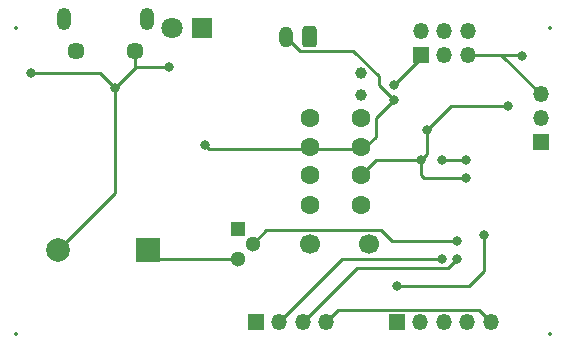
<source format=gbr>
%TF.GenerationSoftware,KiCad,Pcbnew,(5.1.10)-1*%
%TF.CreationDate,2021-12-05T19:53:51+08:00*%
%TF.ProjectId,TomatoClock,546f6d61-746f-4436-9c6f-636b2e6b6963,rev?*%
%TF.SameCoordinates,Original*%
%TF.FileFunction,Copper,L2,Bot*%
%TF.FilePolarity,Positive*%
%FSLAX46Y46*%
G04 Gerber Fmt 4.6, Leading zero omitted, Abs format (unit mm)*
G04 Created by KiCad (PCBNEW (5.1.10)-1) date 2021-12-05 19:53:51*
%MOMM*%
%LPD*%
G01*
G04 APERTURE LIST*
%TA.AperFunction,ComponentPad*%
%ADD10C,1.600000*%
%TD*%
%TA.AperFunction,ComponentPad*%
%ADD11O,1.200000X1.800000*%
%TD*%
%TA.AperFunction,ComponentPad*%
%ADD12O,1.350000X1.350000*%
%TD*%
%TA.AperFunction,ComponentPad*%
%ADD13R,1.350000X1.350000*%
%TD*%
%TA.AperFunction,ComponentPad*%
%ADD14C,1.000000*%
%TD*%
%TA.AperFunction,ComponentPad*%
%ADD15C,1.700000*%
%TD*%
%TA.AperFunction,ComponentPad*%
%ADD16R,1.300000X1.300000*%
%TD*%
%TA.AperFunction,ComponentPad*%
%ADD17C,1.300000*%
%TD*%
%TA.AperFunction,ComponentPad*%
%ADD18O,1.200000X1.900000*%
%TD*%
%TA.AperFunction,ComponentPad*%
%ADD19C,1.450000*%
%TD*%
%TA.AperFunction,ComponentPad*%
%ADD20C,1.800000*%
%TD*%
%TA.AperFunction,ComponentPad*%
%ADD21R,1.800000X1.800000*%
%TD*%
%TA.AperFunction,ComponentPad*%
%ADD22C,2.000000*%
%TD*%
%TA.AperFunction,ComponentPad*%
%ADD23R,2.000000X2.000000*%
%TD*%
%TA.AperFunction,ViaPad*%
%ADD24C,0.800000*%
%TD*%
%TA.AperFunction,Conductor*%
%ADD25C,0.250000*%
%TD*%
%ADD26C,0.350000*%
%ADD27O,0.600000X1.300000*%
G04 APERTURE END LIST*
D10*
%TO.P,C3,2*%
%TO.N,GND*%
X31750000Y18328000D03*
%TO.P,C3,1*%
%TO.N,Net-(C3-Pad1)*%
X31750000Y20828000D03*
%TD*%
D11*
%TO.P,J6,2*%
%TO.N,+BATT*%
X25432000Y27686000D03*
%TO.P,J6,1*%
%TO.N,GND*%
%TA.AperFunction,ComponentPad*%
G36*
G01*
X28032000Y28336001D02*
X28032000Y27035999D01*
G75*
G02*
X27782001Y26786000I-249999J0D01*
G01*
X27081999Y26786000D01*
G75*
G02*
X26832000Y27035999I0J249999D01*
G01*
X26832000Y28336001D01*
G75*
G02*
X27081999Y28586000I249999J0D01*
G01*
X27782001Y28586000D01*
G75*
G02*
X28032000Y28336001I0J-249999D01*
G01*
G37*
%TD.AperFunction*%
%TD*%
D12*
%TO.P,J4,4*%
%TO.N,GND*%
X28860000Y3556000D03*
%TO.P,J4,3*%
%TO.N,US_ECHO*%
X26860000Y3556000D03*
%TO.P,J4,2*%
%TO.N,US_TRIG*%
X24860000Y3556000D03*
D13*
%TO.P,J4,1*%
%TO.N,+3V3*%
X22860000Y3556000D03*
%TD*%
D12*
%TO.P,J1,6*%
%TO.N,GND*%
X40830000Y28162000D03*
%TO.P,J1,5*%
X40830000Y26162000D03*
%TO.P,J1,4*%
%TO.N,Net-(J1-Pad4)*%
X38830000Y28162000D03*
%TO.P,J1,3*%
%TO.N,Net-(J1-Pad3)*%
X38830000Y26162000D03*
%TO.P,J1,2*%
%TO.N,+3V3*%
X36830000Y28162000D03*
D13*
%TO.P,J1,1*%
X36830000Y26162000D03*
%TD*%
D14*
%TO.P,Y2,2*%
%TO.N,Net-(C4-Pad1)*%
X31750000Y22738000D03*
%TO.P,Y2,1*%
%TO.N,Net-(C3-Pad1)*%
X31750000Y24638000D03*
%TD*%
D15*
%TO.P,Y1,2*%
%TO.N,Net-(C2-Pad1)*%
X32432000Y10160000D03*
%TO.P,Y1,1*%
%TO.N,Net-(C1-Pad1)*%
X27432000Y10160000D03*
%TD*%
D16*
%TO.P,Q1,1*%
%TO.N,+3V3*%
X21336000Y11430000D03*
D17*
%TO.P,Q1,3*%
%TO.N,Net-(BZ1-Pad1)*%
X21336000Y8890000D03*
%TO.P,Q1,2*%
%TO.N,BUZZER*%
X22606000Y10160000D03*
%TD*%
D12*
%TO.P,J5,5*%
%TO.N,GND*%
X42798000Y3556000D03*
%TO.P,J5,4*%
%TO.N,RIGHT*%
X40798000Y3556000D03*
%TO.P,J5,3*%
%TO.N,MIDDLE*%
X38798000Y3556000D03*
%TO.P,J5,2*%
%TO.N,LEFT*%
X36798000Y3556000D03*
D13*
%TO.P,J5,1*%
%TO.N,+3V3*%
X34798000Y3556000D03*
%TD*%
D18*
%TO.P,J3,6*%
%TO.N,GND*%
X6660000Y29177500D03*
X13660000Y29177500D03*
D19*
X7660000Y26477500D03*
X12660000Y26477500D03*
%TD*%
D12*
%TO.P,J2,3*%
%TO.N,GND*%
X46990000Y22796000D03*
%TO.P,J2,2*%
%TO.N,Net-(J2-Pad2)*%
X46990000Y20796000D03*
D13*
%TO.P,J2,1*%
%TO.N,Net-(J2-Pad1)*%
X46990000Y18796000D03*
%TD*%
D20*
%TO.P,D1,2*%
%TO.N,VBUS*%
X15748000Y28448000D03*
D21*
%TO.P,D1,1*%
%TO.N,Net-(D1-Pad1)*%
X18288000Y28448000D03*
%TD*%
D10*
%TO.P,C4,2*%
%TO.N,GND*%
X27432000Y18328000D03*
%TO.P,C4,1*%
%TO.N,Net-(C4-Pad1)*%
X27432000Y20828000D03*
%TD*%
%TO.P,C2,2*%
%TO.N,GND*%
X31750000Y15962000D03*
%TO.P,C2,1*%
%TO.N,Net-(C2-Pad1)*%
X31750000Y13462000D03*
%TD*%
%TO.P,C1,2*%
%TO.N,GND*%
X27432000Y15962000D03*
%TO.P,C1,1*%
%TO.N,Net-(C1-Pad1)*%
X27432000Y13462000D03*
%TD*%
D22*
%TO.P,BZ1,2*%
%TO.N,GND*%
X6116000Y9652000D03*
D23*
%TO.P,BZ1,1*%
%TO.N,Net-(BZ1-Pad1)*%
X13716000Y9652000D03*
%TD*%
D24*
%TO.N,GND*%
X10922000Y23368000D03*
X15494000Y25146000D03*
X37338000Y19812000D03*
X44196000Y21844000D03*
X36830000Y17272000D03*
X40640000Y15748000D03*
X3810000Y24638000D03*
X45415333Y26074986D03*
%TO.N,+3V3*%
X34798000Y6604000D03*
X42164000Y10922000D03*
X40640000Y17272000D03*
X38608000Y17272000D03*
X34544000Y23622000D03*
%TO.N,US_ECHO*%
X39878000Y8890000D03*
%TO.N,US_TRIG*%
X38608000Y8890000D03*
%TO.N,BUZZER*%
X39878000Y10414000D03*
%TO.N,+BATT*%
X18542000Y18542000D03*
X34544000Y22352000D03*
%TD*%
D25*
%TO.N,GND*%
X29860001Y4556001D02*
X28860000Y3556000D01*
X41797999Y4556001D02*
X29860001Y4556001D01*
X42798000Y3556000D02*
X41797999Y4556001D01*
X40830000Y26162000D02*
X43624000Y26162000D01*
X10922000Y23368000D02*
X12700000Y25146000D01*
X12700000Y25146000D02*
X15494000Y25146000D01*
X10922000Y14458000D02*
X6116000Y9652000D01*
X10922000Y23368000D02*
X10922000Y14458000D01*
X39370000Y21844000D02*
X44196000Y21844000D01*
X37338000Y19812000D02*
X39370000Y21844000D01*
X37338000Y17780000D02*
X36830000Y17272000D01*
X37338000Y19812000D02*
X37338000Y17780000D01*
X33060000Y17272000D02*
X31750000Y15962000D01*
X36830000Y17272000D02*
X33060000Y17272000D01*
X36830000Y17272000D02*
X36830000Y16002000D01*
X36830000Y16002000D02*
X37084000Y15748000D01*
X37084000Y15748000D02*
X40640000Y15748000D01*
X9652000Y24638000D02*
X10922000Y23368000D01*
X3810000Y24638000D02*
X9652000Y24638000D01*
X12660000Y25186000D02*
X12700000Y25146000D01*
X12660000Y26477500D02*
X12660000Y25186000D01*
X43624000Y26162000D02*
X46990000Y22796000D01*
X45328319Y26162000D02*
X45415333Y26074986D01*
X43624000Y26162000D02*
X45328319Y26162000D01*
%TO.N,Net-(BZ1-Pad1)*%
X21336000Y8890000D02*
X14478000Y8890000D01*
%TO.N,+3V3*%
X34798000Y6604000D02*
X40894000Y6604000D01*
X42164000Y7874000D02*
X42164000Y10922000D01*
X40894000Y6604000D02*
X42164000Y7874000D01*
X40640000Y17272000D02*
X38608000Y17272000D01*
X36830000Y25908000D02*
X34544000Y23622000D01*
X36830000Y26162000D02*
X36830000Y25908000D01*
%TO.N,US_ECHO*%
X39878000Y8890000D02*
X39116000Y8128000D01*
X31432000Y8128000D02*
X26860000Y3556000D01*
X39116000Y8128000D02*
X31432000Y8128000D01*
%TO.N,US_TRIG*%
X30194000Y8890000D02*
X24860000Y3556000D01*
X38608000Y8890000D02*
X30194000Y8890000D01*
%TO.N,BUZZER*%
X23781001Y11335001D02*
X22606000Y10160000D01*
X33504001Y11335001D02*
X23781001Y11335001D01*
X34425002Y10414000D02*
X33504001Y11335001D01*
X39878000Y10414000D02*
X34425002Y10414000D01*
%TO.N,+BATT*%
X31959003Y18142001D02*
X33020000Y19202998D01*
X18941999Y18142001D02*
X31959003Y18142001D01*
X18542000Y18542000D02*
X18941999Y18142001D01*
X33020000Y20828000D02*
X34544000Y22352000D01*
X33020000Y19202998D02*
X33020000Y20828000D01*
X31148012Y26460990D02*
X33274000Y24335002D01*
X26657010Y26460990D02*
X31148012Y26460990D01*
X25432000Y27686000D02*
X26657010Y26460990D01*
X33274000Y23622000D02*
X34544000Y22352000D01*
X33274000Y24335002D02*
X33274000Y23622000D01*
%TD*%
D26*
X10922000Y23368000D03*
X15494000Y25146000D03*
X37338000Y19812000D03*
X44196000Y21844000D03*
X36830000Y17272000D03*
X40640000Y15748000D03*
X3810000Y24638000D03*
X45415333Y26074986D03*
X34798000Y6604000D03*
X42164000Y10922000D03*
X40640000Y17272000D03*
X38608000Y17272000D03*
X34544000Y23622000D03*
X39878000Y8890000D03*
X38608000Y8890000D03*
X39878000Y10414000D03*
X18542000Y18542000D03*
X34544000Y22352000D03*
X31750000Y18328000D03*
X31750000Y20828000D03*
X25432000Y27686000D03*
X27432000Y27686000D03*
X47752000Y2540000D03*
X47752000Y28448000D03*
X2540000Y2540000D03*
X2540000Y28448000D03*
X28860000Y3556000D03*
X26860000Y3556000D03*
X24860000Y3556000D03*
X22860000Y3556000D03*
X40830000Y28162000D03*
X40830000Y26162000D03*
X38830000Y28162000D03*
X38830000Y26162000D03*
X36830000Y28162000D03*
X36830000Y26162000D03*
X31750000Y22738000D03*
X31750000Y24638000D03*
X32432000Y10160000D03*
X27432000Y10160000D03*
X21336000Y11430000D03*
X21336000Y8890000D03*
X22606000Y10160000D03*
X42798000Y3556000D03*
X40798000Y3556000D03*
X38798000Y3556000D03*
X36798000Y3556000D03*
X34798000Y3556000D03*
D27*
X6660000Y29177500D03*
X13660000Y29177500D03*
D26*
X7660000Y26477500D03*
X12660000Y26477500D03*
X46990000Y22796000D03*
X46990000Y20796000D03*
X46990000Y18796000D03*
X15748000Y28448000D03*
X18288000Y28448000D03*
X27432000Y18328000D03*
X27432000Y20828000D03*
X31750000Y15962000D03*
X31750000Y13462000D03*
X27432000Y15962000D03*
X27432000Y13462000D03*
X6116000Y9652000D03*
X13716000Y9652000D03*
M02*

</source>
